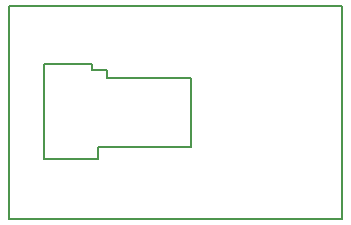
<source format=gko>
G04 DipTrace 3.3.1.3*
G04 T41_castellated.gko*
%MOIN*%
G04 #@! TF.FileFunction,Profile*
G04 #@! TF.Part,Single*
%ADD11C,0.005512*%
%FSLAX26Y26*%
G04*
G70*
G90*
G75*
G01*
G04 BoardOutline*
%LPD*%
X393700Y393700D2*
D11*
X1503700D1*
Y1103700D1*
X393700D1*
Y393700D1*
X513700Y593700D2*
X688771D1*
Y623700D1*
Y628701D1*
Y633701D1*
X998861D1*
Y863700D1*
X718655D1*
Y888700D1*
X668700D1*
Y908700D1*
X508700D1*
Y593541D1*
X513700Y593700D1*
M02*

</source>
